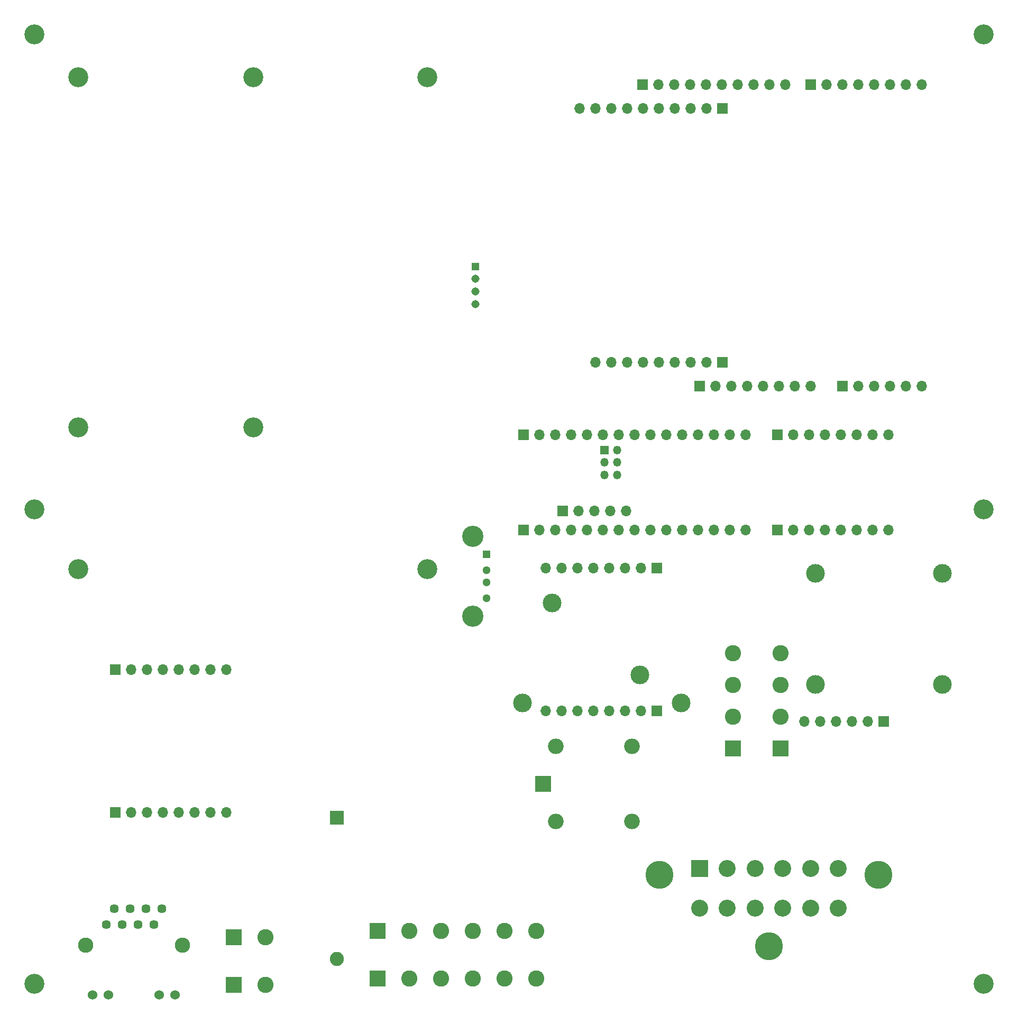
<source format=gbr>
%TF.GenerationSoftware,KiCad,Pcbnew,(5.1.12)-1*%
%TF.CreationDate,2022-03-13T08:17:30-06:00*%
%TF.ProjectId,AS13,41533133-2e6b-4696-9361-645f70636258,rev?*%
%TF.SameCoordinates,Original*%
%TF.FileFunction,Soldermask,Bot*%
%TF.FilePolarity,Negative*%
%FSLAX46Y46*%
G04 Gerber Fmt 4.6, Leading zero omitted, Abs format (unit mm)*
G04 Created by KiCad (PCBNEW (5.1.12)-1) date 2022-03-13 08:17:30*
%MOMM*%
%LPD*%
G01*
G04 APERTURE LIST*
%ADD10C,3.000000*%
%ADD11C,4.485000*%
%ADD12C,2.715000*%
%ADD13R,2.715000X2.715000*%
%ADD14O,2.500000X2.500000*%
%ADD15R,2.500000X2.500000*%
%ADD16C,2.600000*%
%ADD17R,2.600000X2.600000*%
%ADD18R,2.250000X2.250000*%
%ADD19C,2.250000*%
%ADD20C,2.445000*%
%ADD21C,1.530000*%
%ADD22C,1.446000*%
%ADD23C,2.999999*%
%ADD24C,3.200000*%
%ADD25O,1.700000X1.700000*%
%ADD26R,1.700000X1.700000*%
%ADD27C,3.400000*%
%ADD28C,1.300000*%
%ADD29R,1.300000X1.300000*%
%ADD30C,1.308000*%
%ADD31R,1.308000X1.308000*%
%ADD32O,1.350000X1.350000*%
%ADD33R,1.350000X1.350000*%
G04 APERTURE END LIST*
D10*
%TO.C,M1*%
X120425000Y-126050000D03*
X106425000Y-114550000D03*
%TD*%
%TO.C,REF\u002A\u002A*%
X101660000Y-130560000D03*
X127060000Y-130560000D03*
%TD*%
D11*
%TO.C,J6*%
X158655000Y-158020000D03*
X141115000Y-169450000D03*
X123575000Y-158020000D03*
D12*
X130000000Y-163350000D03*
X134445000Y-163350000D03*
X138890000Y-163350000D03*
X143340000Y-163350000D03*
X147785000Y-163350000D03*
X152230000Y-163350000D03*
X152230000Y-157000000D03*
X147785000Y-157000000D03*
X143340000Y-157000000D03*
X138890000Y-157000000D03*
X134445000Y-157000000D03*
D13*
X130000000Y-157000000D03*
%TD*%
D14*
%TO.C,K1*%
X107000800Y-137501200D03*
X119200800Y-137501200D03*
X119200800Y-149501200D03*
X107000800Y-149501200D03*
D15*
X105000800Y-143501200D03*
%TD*%
D16*
%TO.C,KF3*%
X135330000Y-122530000D03*
X142950000Y-122530000D03*
X135330000Y-127610000D03*
X142950000Y-127610000D03*
X135330000Y-132690000D03*
X142950000Y-132690000D03*
D17*
X135330000Y-137770000D03*
X142950000Y-137770000D03*
%TD*%
D18*
%TO.C,D4*%
X71925000Y-148875000D03*
D19*
X71925000Y-171475000D03*
%TD*%
D20*
%TO.C,J4*%
X47190000Y-169300000D03*
X31700000Y-169300000D03*
D21*
X46070000Y-177250000D03*
X43530000Y-177250000D03*
X35360000Y-177250000D03*
X32820000Y-177250000D03*
D22*
X43890000Y-163460000D03*
X42620000Y-166000000D03*
X41350000Y-163460000D03*
X40080000Y-166000000D03*
X38810000Y-163460000D03*
X37540000Y-166000000D03*
X36270000Y-163460000D03*
X35000000Y-166000000D03*
%TD*%
D23*
%TO.C,REF\u002A\u002A*%
X168859200Y-109819200D03*
X168859200Y-127599200D03*
X148539200Y-127599200D03*
X148539200Y-109819200D03*
%TD*%
D24*
%TO.C,  *%
X175500000Y-99500000D03*
%TD*%
%TO.C,  *%
X23500000Y-99500000D03*
%TD*%
%TO.C,  *%
X23500000Y-23500000D03*
%TD*%
%TO.C,  *%
X175500000Y-23500000D03*
%TD*%
%TO.C,  *%
X175500000Y-175500000D03*
%TD*%
%TO.C,  *%
X23500000Y-175500000D03*
%TD*%
%TO.C,REF\u002A\u002A*%
X58560000Y-30380000D03*
X58560000Y-86380000D03*
X30560000Y-86380000D03*
X30560000Y-30380000D03*
X86440000Y-30380000D03*
X86440000Y-109120000D03*
X30560000Y-109120000D03*
%TD*%
D25*
%TO.C,J5*%
X146761200Y-133517400D03*
X149301200Y-133517400D03*
X151841200Y-133517400D03*
X154381200Y-133517400D03*
X156921200Y-133517400D03*
D26*
X159461200Y-133517400D03*
%TD*%
D27*
%TO.C,J1*%
X93735800Y-116670800D03*
X93735800Y-103820800D03*
D28*
X95935800Y-113745800D03*
X95935800Y-111245800D03*
X95935800Y-109245800D03*
D29*
X95935800Y-106745800D03*
%TD*%
D16*
%TO.C,KF1*%
X60482200Y-168034600D03*
X60482200Y-175654600D03*
D17*
X55402200Y-168034600D03*
X55402200Y-175654600D03*
%TD*%
D25*
%TO.C,J18*%
X160248600Y-87594200D03*
X157708600Y-87594200D03*
X155168600Y-87594200D03*
X152628600Y-87594200D03*
X150088600Y-87594200D03*
X147548600Y-87594200D03*
X145008600Y-87594200D03*
D26*
X142468600Y-87594200D03*
%TD*%
D25*
%TO.C,J3*%
X118287800Y-99783400D03*
X115747800Y-99783400D03*
X113207800Y-99783400D03*
X110667800Y-99783400D03*
D26*
X108127800Y-99783400D03*
%TD*%
D25*
%TO.C,J9*%
X54295000Y-125179400D03*
X51755000Y-125179400D03*
X49215000Y-125179400D03*
X46675000Y-125179400D03*
X44135000Y-125179400D03*
X41595000Y-125179400D03*
X39055000Y-125179400D03*
D26*
X36515000Y-125179400D03*
%TD*%
D25*
%TO.C,J7*%
X54295000Y-148039400D03*
X51755000Y-148039400D03*
X49215000Y-148039400D03*
X46675000Y-148039400D03*
X44135000Y-148039400D03*
X41595000Y-148039400D03*
X39055000Y-148039400D03*
D26*
X36515000Y-148039400D03*
%TD*%
D16*
%TO.C,KF2*%
X103872600Y-167009600D03*
X103872600Y-174629600D03*
X98792600Y-167009600D03*
X98792600Y-174629600D03*
X93712600Y-167009600D03*
X93712600Y-174629600D03*
X88632600Y-167009600D03*
X88632600Y-174629600D03*
X83552600Y-167009600D03*
X83552600Y-174629600D03*
D17*
X78472600Y-167009600D03*
X78472600Y-174629600D03*
%TD*%
D30*
%TO.C,J27*%
X94145100Y-66654700D03*
X94145100Y-64654700D03*
X94145100Y-62654700D03*
D31*
X94145100Y-60654700D03*
%TD*%
D25*
%TO.C,J26*%
X165608000Y-31511000D03*
X163068000Y-31511000D03*
X160528000Y-31511000D03*
X157988000Y-31511000D03*
X155448000Y-31511000D03*
X152908000Y-31511000D03*
X150368000Y-31511000D03*
D26*
X147828000Y-31511000D03*
%TD*%
D25*
%TO.C,J25*%
X143768000Y-31511000D03*
X141228000Y-31511000D03*
X138688000Y-31511000D03*
X136148000Y-31511000D03*
X133608000Y-31511000D03*
X131068000Y-31511000D03*
X128528000Y-31511000D03*
X125988000Y-31511000D03*
X123448000Y-31511000D03*
D26*
X120908000Y-31511000D03*
%TD*%
D25*
%TO.C,J24*%
X110794800Y-35336400D03*
X113334800Y-35336400D03*
X115874800Y-35336400D03*
X118414800Y-35336400D03*
X120954800Y-35336400D03*
X123494800Y-35336400D03*
X126034800Y-35336400D03*
X128574800Y-35336400D03*
X131114800Y-35336400D03*
D26*
X133654800Y-35336400D03*
%TD*%
D25*
%TO.C,J23*%
X165608000Y-79771000D03*
X163068000Y-79771000D03*
X160528000Y-79771000D03*
X157988000Y-79771000D03*
X155448000Y-79771000D03*
D26*
X152908000Y-79771000D03*
%TD*%
D25*
%TO.C,J22*%
X147828000Y-79771000D03*
X145288000Y-79771000D03*
X142748000Y-79771000D03*
X140208000Y-79771000D03*
X137668000Y-79771000D03*
X135128000Y-79771000D03*
X132588000Y-79771000D03*
D26*
X130048000Y-79771000D03*
%TD*%
D25*
%TO.C,J21*%
X113334800Y-75986400D03*
X115874800Y-75986400D03*
X118414800Y-75986400D03*
X120954800Y-75986400D03*
X123494800Y-75986400D03*
X126034800Y-75986400D03*
X128574800Y-75986400D03*
X131114800Y-75986400D03*
D26*
X133654800Y-75986400D03*
%TD*%
D25*
%TO.C,J17*%
X137388600Y-87594200D03*
X134848600Y-87594200D03*
X132308600Y-87594200D03*
X129768600Y-87594200D03*
X127228600Y-87594200D03*
X124688600Y-87594200D03*
X122148600Y-87594200D03*
X119608600Y-87594200D03*
X117068600Y-87594200D03*
X114528600Y-87594200D03*
X111988600Y-87594200D03*
X109448600Y-87594200D03*
X106908600Y-87594200D03*
X104368600Y-87594200D03*
D26*
X101828600Y-87594200D03*
%TD*%
D32*
%TO.C,J8*%
X116798600Y-94032600D03*
X114798600Y-94032600D03*
X116798600Y-92032600D03*
X114798600Y-92032600D03*
X116798600Y-90032600D03*
D33*
X114798600Y-90032600D03*
%TD*%
D25*
%TO.C,J14*%
X160248600Y-102834200D03*
X157708600Y-102834200D03*
X155168600Y-102834200D03*
X152628600Y-102834200D03*
X150088600Y-102834200D03*
X147548600Y-102834200D03*
X145008600Y-102834200D03*
D26*
X142468600Y-102834200D03*
%TD*%
D25*
%TO.C,J13*%
X137388600Y-102834200D03*
X134848600Y-102834200D03*
X132308600Y-102834200D03*
X129768600Y-102834200D03*
X127228600Y-102834200D03*
X124688600Y-102834200D03*
X122148600Y-102834200D03*
X119608600Y-102834200D03*
X117068600Y-102834200D03*
X114528600Y-102834200D03*
X111988600Y-102834200D03*
X109448600Y-102834200D03*
X106908600Y-102834200D03*
X104368600Y-102834200D03*
D26*
X101828600Y-102834200D03*
%TD*%
D25*
%TO.C,J16*%
X105394760Y-131790200D03*
X107934760Y-131790200D03*
X110474760Y-131790200D03*
X113014760Y-131790200D03*
X115554760Y-131790200D03*
X118094760Y-131790200D03*
X120634760Y-131790200D03*
D26*
X123174760Y-131790200D03*
%TD*%
D25*
%TO.C,J15*%
X105394760Y-108930200D03*
X107934760Y-108930200D03*
X110474760Y-108930200D03*
X113014760Y-108930200D03*
X115554760Y-108930200D03*
X118094760Y-108930200D03*
X120634760Y-108930200D03*
D26*
X123174760Y-108930200D03*
%TD*%
M02*

</source>
